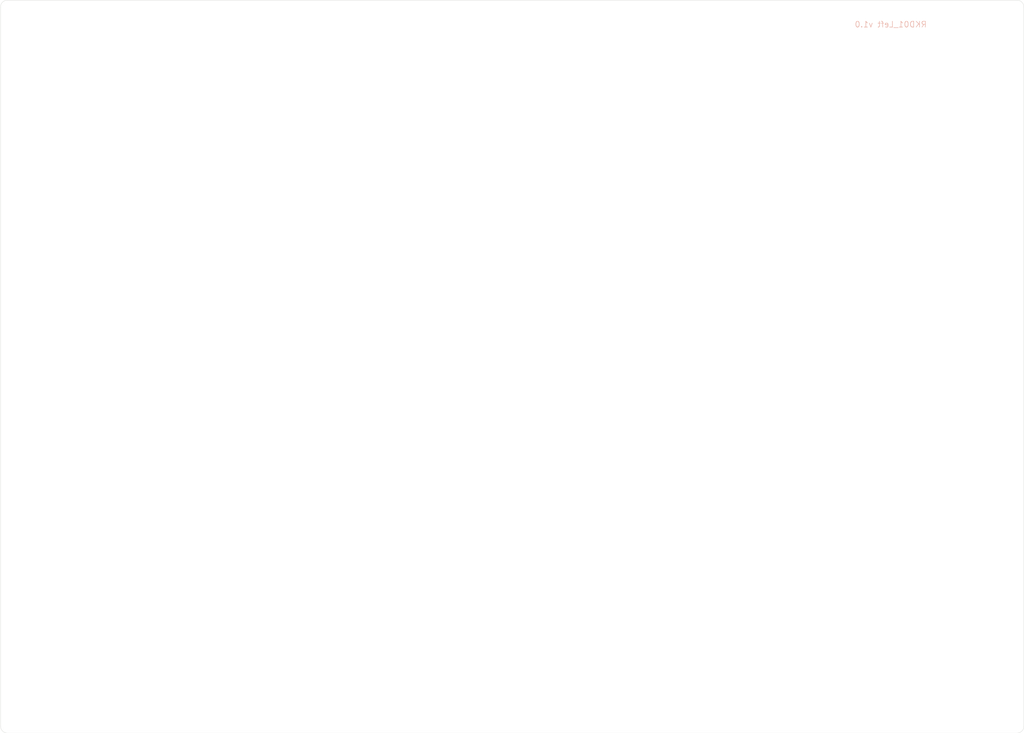
<source format=kicad_pcb>
(kicad_pcb (version 20240108) (generator "pcbnew") (generator_version "8.0")
  (layers (0 "F.Cu" signal) (31 "B.Cu" signal) (34 "B.Paste" user) (35 "F.Paste" user) (36 "B.SilkS" user "B.Silkscreen") (37 "F.SilkS" user "F.Silkscreen") (38 "B.Mask" user) (39 "F.Mask" user) (44 "Edge.Cuts" user))
  (net 0 "")
  (footprint "kbd_Hole:m2_Screw_Hole" (layer "F.Cu") (at 83.34375 26.1937)
    (property "Reference" "M5")
    (property "Value" "Mark")
    (pad "" np_thru_hole circle (at 0 0) (size 2.2 2.2) (drill 2.2) (layers "*.Cu" "*.Mask"))
  )
  (footprint "kbd_Hole:m2_Screw_Hole" (layer "F.Cu") (at 192.8812 23.8125)
    (property "Reference" "M2")
    (property "Value" "Mark")
    (pad "" np_thru_hole circle (at 0 0) (size 2.2 2.2) (drill 2.2) (layers "*.Cu" "*.Mask"))
  )
  (footprint "kbd_Hole:m2_Screw_Hole" (layer "F.Cu") (at 83.34375 35.7187)
    (property "Reference" "M6")
    (property "Value" "Mark")
    (pad "" np_thru_hole circle (at 0 0) (size 2.2 2.2) (drill 2.2) (layers "*.Cu" "*.Mask"))
  )
  (footprint "kbd_Hole:m2_Screw_Hole" (layer "F.Cu") (at 92.86875 23.8125)
    (property "Reference" "M1")
    (property "Value" "Mark")
    (pad "" np_thru_hole circle (at 0 0) (size 2.2 2.2) (drill 2.2) (layers "*.Cu" "*.Mask"))
  )
  (footprint "kbd_Hole:m2_Screw_Hole" (layer "F.Cu") (at 192.8812 140.4937)
    (property "Reference" "M4")
    (property "Value" "Mark")
    (pad "" np_thru_hole circle (at 0 0) (size 2.2 2.2) (drill 2.2) (layers "*.Cu" "*.Mask"))
  )
  (footprint "kbd_Hole:m2_Screw_Hole" (layer "F.Cu") (at 23.8125 47.625)
    (property "Reference" "M7")
    (property "Value" "Mark")
    (pad "" np_thru_hole circle (at 0 0) (size 2.2 2.2) (drill 2.2) (layers "*.Cu" "*.Mask"))
  )
  (footprint "kbd_Hole:m2_Screw_Hole" (layer "F.Cu") (at 26.1938 140.4937)
    (property "Reference" "M3")
    (property "Value" "Mark")
    (pad "" np_thru_hole circle (at 0 0) (size 2.2 2.2) (drill 2.2) (layers "*.Cu" "*.Mask"))
  )
  (gr_line (start 196.453125 19.05) (end 22.621875 19.05) (stroke (width 0.05)) (layer "Edge.Cuts"))
  (gr_arc (start 22.621875 145.25625) (mid 21.779976 144.907524) (end 21.43125 144.065625) (stroke (width 0.05)) (layer "Edge.Cuts"))
  (gr_arc (start 196.453125 19.05) (mid 197.295024 19.398726) (end 197.64375 20.240625) (stroke (width 0.05)) (layer "Edge.Cuts"))
  (gr_arc (start 197.64375 144.065625) (mid 197.295024 144.907524) (end 196.453125 145.25625) (stroke (width 0.05)) (layer "Edge.Cuts"))
  (gr_arc (start 21.43125 20.240625) (mid 21.779976 19.398726) (end 22.621875 19.05) (stroke (width 0.05)) (layer "Edge.Cuts"))
  (gr_line (start 22.621875 145.25625) (end 196.453125 145.25625) (stroke (width 0.05)) (layer "Edge.Cuts"))
  (gr_line (start 197.64375 144.065625) (end 197.64375 20.240625) (stroke (width 0.05)) (layer "Edge.Cuts"))
  (gr_line (start 21.43125 144.065625) (end 21.43125 20.240625) (stroke (width 0.05)) (layer "Edge.Cuts"))
  (gr_text "RKD01_Left v1.0" (at 180.97495 23.8125 0) (layer "B.SilkS") (effects (font (size 1 1) (thickness 0.1)) (justify left bottom mirror)))
)
</source>
